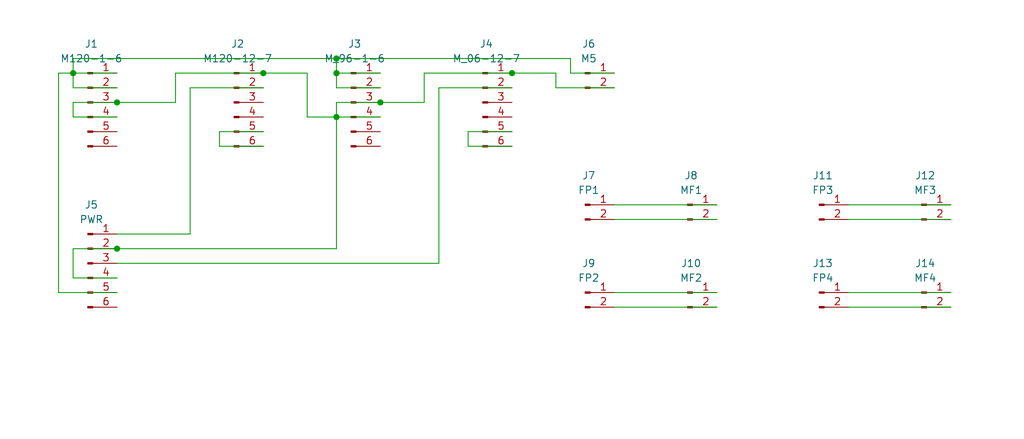
<source format=kicad_sch>
(kicad_sch (version 20230121) (generator eeschema)
  (paper "User" 177.8 76.2)
  (lib_symbols
    (symbol "Connector:Conn_01x02_Pin" (pin_names (offset 1.016) hide)
      (property "Reference" "J" (at 0 2.54 0))
      (property "Value" "Conn_01x02_Pin" (at 0 -5.08 0))
      (symbol "Conn_01x02_Pin_1_1"
        (polyline (pts (xy 1.27 -2.54) (xy 0.8636 -2.54)) (stroke (width 0.1524)))
        (polyline (pts (xy 1.27 0) (xy 0.8636 0)) (stroke (width 0.1524)))
        (rectangle (start 0.8636 -2.413) (end 0 -2.667) (stroke (width 0.1524)) (fill (type outline)))
        (rectangle (start 0.8636 0.127) (end 0 -0.127) (stroke (width 0.1524)) (fill (type outline)))
        (pin passive line (at 5.08 0 180) (length 3.81) (name "Pin_1") (number "1"))
        (pin passive line (at 5.08 -2.54 180) (length 3.81) (name "Pin_2") (number "2"))
      )
    )
    (symbol "Connector:Conn_01x06_Pin" (pin_names (offset 1.016) hide)
      (property "Reference" "J" (at 0 7.62 0))
      (property "Value" "Conn_01x06_Pin" (at 0 -10.16 0))
      (symbol "Conn_01x06_Pin_1_1"
        (polyline (pts (xy 1.27 -7.62) (xy 0.8636 -7.62)) (stroke (width 0.1524)))
        (polyline (pts (xy 1.27 -5.08) (xy 0.8636 -5.08)) (stroke (width 0.1524)))
        (polyline (pts (xy 1.27 -2.54) (xy 0.8636 -2.54)) (stroke (width 0.1524)))
        (polyline (pts (xy 1.27 0) (xy 0.8636 0)) (stroke (width 0.1524)))
        (polyline (pts (xy 1.27 2.54) (xy 0.8636 2.54)) (stroke (width 0.1524)))
        (polyline (pts (xy 1.27 5.08) (xy 0.8636 5.08)) (stroke (width 0.1524)))
        (rectangle (start 0.8636 -7.493) (end 0 -7.747) (stroke (width 0.1524)) (fill (type outline)))
        (rectangle (start 0.8636 -4.953) (end 0 -5.207) (stroke (width 0.1524)) (fill (type outline)))
        (rectangle (start 0.8636 -2.413) (end 0 -2.667) (stroke (width 0.1524)) (fill (type outline)))
        (rectangle (start 0.8636 0.127) (end 0 -0.127) (stroke (width 0.1524)) (fill (type outline)))
        (rectangle (start 0.8636 2.667) (end 0 2.413) (stroke (width 0.1524)) (fill (type outline)))
        (rectangle (start 0.8636 5.207) (end 0 4.953) (stroke (width 0.1524)) (fill (type outline)))
        (pin passive line (at 5.08 5.08 180) (length 3.81) (name "Pin_1") (number "1"))
        (pin passive line (at 5.08 2.54 180) (length 3.81) (name "Pin_2") (number "2"))
        (pin passive line (at 5.08 0 180) (length 3.81) (name "Pin_3") (number "3"))
        (pin passive line (at 5.08 -2.54 180) (length 3.81) (name "Pin_4") (number "4"))
        (pin passive line (at 5.08 -5.08 180) (length 3.81) (name "Pin_5") (number "5"))
        (pin passive line (at 5.08 -7.62 180) (length 3.81) (name "Pin_6") (number "6"))
      )
    )
  )
  (junction (at 58.42 20.32))
  (junction (at 45.72 12.7))
  (junction (at 58.42 12.7))
  (junction (at 20.32 43.18))
  (junction (at 66.04 17.78))
  (junction (at 12.7 12.7))
  (junction (at 20.32 17.78))
  (junction (at 88.9 12.7))
  (junction (at 58.42 10.16))
  (wire (pts (xy 12.7 48.26) (xy 20.32 48.26)))
  (wire (pts (xy 58.42 10.16) (xy 58.42 12.7)))
  (wire (pts (xy 33.02 15.24) (xy 33.02 40.64)))
  (wire (pts (xy 88.9 12.7) (xy 96.52 12.7)))
  (wire (pts (xy 12.7 15.24) (xy 20.32 15.24)))
  (wire (pts (xy 99.06 12.7) (xy 106.68 12.7)))
  (wire (pts (xy 106.68 53.34) (xy 124.46 53.34)))
  (wire (pts (xy 58.42 17.78) (xy 66.04 17.78)))
  (wire (pts (xy 73.66 12.7) (xy 88.9 12.7)))
  (wire (pts (xy 81.28 25.4) (xy 88.9 25.4)))
  (wire (pts (xy 30.48 12.7) (xy 30.48 17.78)))
  (wire (pts (xy 106.68 38.1) (xy 124.46 38.1)))
  (wire (pts (xy 58.42 12.7) (xy 66.04 12.7)))
  (wire (pts (xy 58.42 20.32) (xy 66.04 20.32)))
  (wire (pts (xy 58.42 17.78) (xy 58.42 20.32)))
  (wire (pts (xy 58.42 10.16) (xy 99.06 10.16)))
  (wire (pts (xy 20.32 45.72) (xy 76.2 45.72)))
  (wire (pts (xy 12.7 43.18) (xy 12.7 48.26)))
  (wire (pts (xy 53.34 12.7) (xy 53.34 20.32)))
  (wire (pts (xy 12.7 12.7) (xy 20.32 12.7)))
  (wire (pts (xy 45.72 12.7) (xy 53.34 12.7)))
  (wire (pts (xy 53.34 20.32) (xy 58.42 20.32)))
  (wire (pts (xy 76.2 45.72) (xy 76.2 15.24)))
  (wire (pts (xy 147.32 50.8) (xy 165.1 50.8)))
  (wire (pts (xy 81.28 22.86) (xy 88.9 22.86)))
  (wire (pts (xy 33.02 40.64) (xy 20.32 40.64)))
  (wire (pts (xy 106.68 35.56) (xy 124.46 35.56)))
  (wire (pts (xy 30.48 17.78) (xy 20.32 17.78)))
  (wire (pts (xy 58.42 20.32) (xy 58.42 43.18)))
  (wire (pts (xy 12.7 17.78) (xy 20.32 17.78)))
  (wire (pts (xy 58.42 43.18) (xy 20.32 43.18)))
  (wire (pts (xy 147.32 35.56) (xy 165.1 35.56)))
  (wire (pts (xy 76.2 15.24) (xy 88.9 15.24)))
  (wire (pts (xy 12.7 12.7) (xy 12.7 15.24)))
  (wire (pts (xy 147.32 38.1) (xy 165.1 38.1)))
  (wire (pts (xy 81.28 22.86) (xy 81.28 25.4)))
  (wire (pts (xy 66.04 17.78) (xy 73.66 17.78)))
  (wire (pts (xy 96.52 15.24) (xy 106.68 15.24)))
  (wire (pts (xy 96.52 12.7) (xy 96.52 15.24)))
  (wire (pts (xy 73.66 12.7) (xy 73.66 17.78)))
  (wire (pts (xy 58.42 12.7) (xy 58.42 15.24)))
  (wire (pts (xy 10.16 50.8) (xy 20.32 50.8)))
  (wire (pts (xy 10.16 50.8) (xy 10.16 12.7)))
  (wire (pts (xy 12.7 10.16) (xy 58.42 10.16)))
  (wire (pts (xy 33.02 15.24) (xy 45.72 15.24)))
  (wire (pts (xy 38.1 25.4) (xy 45.72 25.4)))
  (wire (pts (xy 147.32 53.34) (xy 165.1 53.34)))
  (wire (pts (xy 38.1 22.86) (xy 38.1 25.4)))
  (wire (pts (xy 10.16 12.7) (xy 12.7 12.7)))
  (wire (pts (xy 58.42 15.24) (xy 66.04 15.24)))
  (wire (pts (xy 30.48 12.7) (xy 45.72 12.7)))
  (wire (pts (xy 12.7 43.18) (xy 20.32 43.18)))
  (wire (pts (xy 12.7 12.7) (xy 12.7 10.16)))
  (wire (pts (xy 99.06 10.16) (xy 99.06 12.7)))
  (wire (pts (xy 106.68 50.8) (xy 124.46 50.8)))
  (wire (pts (xy 38.1 22.86) (xy 45.72 22.86)))
  (wire (pts (xy 12.7 20.32) (xy 20.32 20.32)))
  (wire (pts (xy 12.7 17.78) (xy 12.7 20.32)))
  (symbol (lib_id "Connector:Conn_01x06_Pin") (at 40.64 17.78 0) (unit 1)
    (property "Reference" "J2" (at 41.275 7.62 0))
    (property "Value" "M120-12-7" (at 41.275 10.16 0))
    (property "Footprint" "Connector_PinSocket_2.54mm:PinSocket_1x06_P2.54mm_Vertical" (effects hide))
  )
  (symbol (lib_id "Connector:Conn_01x06_Pin") (at 83.82 17.78 0) (unit 1)
    (property "Reference" "J4" (at 84.455 7.62 0))
    (property "Value" "M_06-12-7" (at 84.455 10.16 0))
    (property "Footprint" "Connector_PinSocket_2.54mm:PinSocket_1x06_P2.54mm_Vertical" (effects hide))
  )
  (symbol (lib_id "Connector:Conn_01x02_Pin") (at 160.02 50.8 0) (unit 1)
    (property "Reference" "J14" (at 160.655 45.72 0))
    (property "Value" "MF4" (at 160.655 48.26 0))
    (property "Footprint" "Connector_PinSocket_2.54mm:PinSocket_1x02_P2.54mm_Vertical" (effects hide))
  )
  (symbol (lib_id "Connector:Conn_01x02_Pin") (at 142.24 50.8 0) (unit 1)
    (property "Reference" "J13" (at 142.875 45.72 0))
    (property "Value" "FP4" (at 142.875 48.26 0))
    (property "Footprint" "Connector_PinSocket_2.54mm:PinSocket_1x02_P2.54mm_Vertical" (effects hide))
  )
  (symbol (lib_id "Connector:Conn_01x06_Pin") (at 15.24 17.78 0) (unit 1)
    (property "Reference" "J1" (at 15.875 7.62 0))
    (property "Value" "M120-1-6" (at 15.875 10.16 0))
    (property "Footprint" "Connector_PinSocket_2.54mm:PinSocket_1x06_P2.54mm_Vertical" (effects hide))
  )
  (symbol (lib_id "Connector:Conn_01x02_Pin") (at 101.6 12.7 0) (unit 1)
    (property "Reference" "J6" (at 102.235 7.62 0))
    (property "Value" "M5" (at 102.235 10.16 0))
    (property "Footprint" "Connector_PinSocket_2.54mm:PinSocket_1x02_P2.54mm_Vertical" (effects hide))
  )
  (symbol (lib_id "Connector:Conn_01x02_Pin") (at 119.38 50.8 0) (unit 1)
    (property "Reference" "J10" (at 120.015 45.72 0))
    (property "Value" "MF2" (at 120.015 48.26 0))
    (property "Footprint" "Connector_PinSocket_2.54mm:PinSocket_1x02_P2.54mm_Vertical" (effects hide))
  )
  (symbol (lib_id "Connector:Conn_01x02_Pin") (at 160.02 35.56 0) (unit 1)
    (property "Reference" "J12" (at 160.655 30.48 0))
    (property "Value" "MF3" (at 160.655 33.02 0))
    (property "Footprint" "Connector_PinSocket_2.54mm:PinSocket_1x02_P2.54mm_Vertical" (effects hide))
  )
  (symbol (lib_id "Connector:Conn_01x02_Pin") (at 119.38 35.56 0) (unit 1)
    (property "Reference" "J8" (at 120.015 30.48 0))
    (property "Value" "MF1" (at 120.015 33.02 0))
    (property "Footprint" "Connector_PinSocket_2.54mm:PinSocket_1x02_P2.54mm_Vertical" (effects hide))
  )
  (symbol (lib_id "Connector:Conn_01x06_Pin") (at 60.96 17.78 0) (unit 1)
    (property "Reference" "J3" (at 61.595 7.62 0))
    (property "Value" "M_96-1-6" (at 61.595 10.16 0))
    (property "Footprint" "Connector_PinSocket_2.54mm:PinSocket_1x06_P2.54mm_Vertical" (effects hide))
  )
  (symbol (lib_id "Connector:Conn_01x02_Pin") (at 142.24 35.56 0) (unit 1)
    (property "Reference" "J11" (at 142.875 30.48 0))
    (property "Value" "FP3" (at 142.875 33.02 0))
    (property "Footprint" "Connector_PinSocket_2.54mm:PinSocket_1x02_P2.54mm_Vertical" (effects hide))
  )
  (symbol (lib_id "Connector:Conn_01x02_Pin") (at 101.6 35.56 0) (unit 1)
    (property "Reference" "J7" (at 102.235 30.48 0))
    (property "Value" "FP1" (at 102.235 33.02 0))
    (property "Footprint" "Connector_PinSocket_2.54mm:PinSocket_1x02_P2.54mm_Vertical" (effects hide))
  )
  (symbol (lib_id "Connector:Conn_01x02_Pin") (at 101.6 50.8 0) (unit 1)
    (property "Reference" "J9" (at 102.235 45.72 0))
    (property "Value" "FP2" (at 102.235 48.26 0))
    (property "Footprint" "Connector_PinSocket_2.54mm:PinSocket_1x02_P2.54mm_Vertical" (effects hide))
  )
  (symbol (lib_id "Connector:Conn_01x06_Pin") (at 15.24 45.72 0) (unit 1)
    (property "Reference" "J5" (at 15.875 35.56 0))
    (property "Value" "PWR" (at 15.875 38.1 0))
    (property "Footprint" "Connector_PinSocket_2.54mm:PinSocket_1x06_P2.54mm_Vertical" (effects hide))
  )
)
</source>
